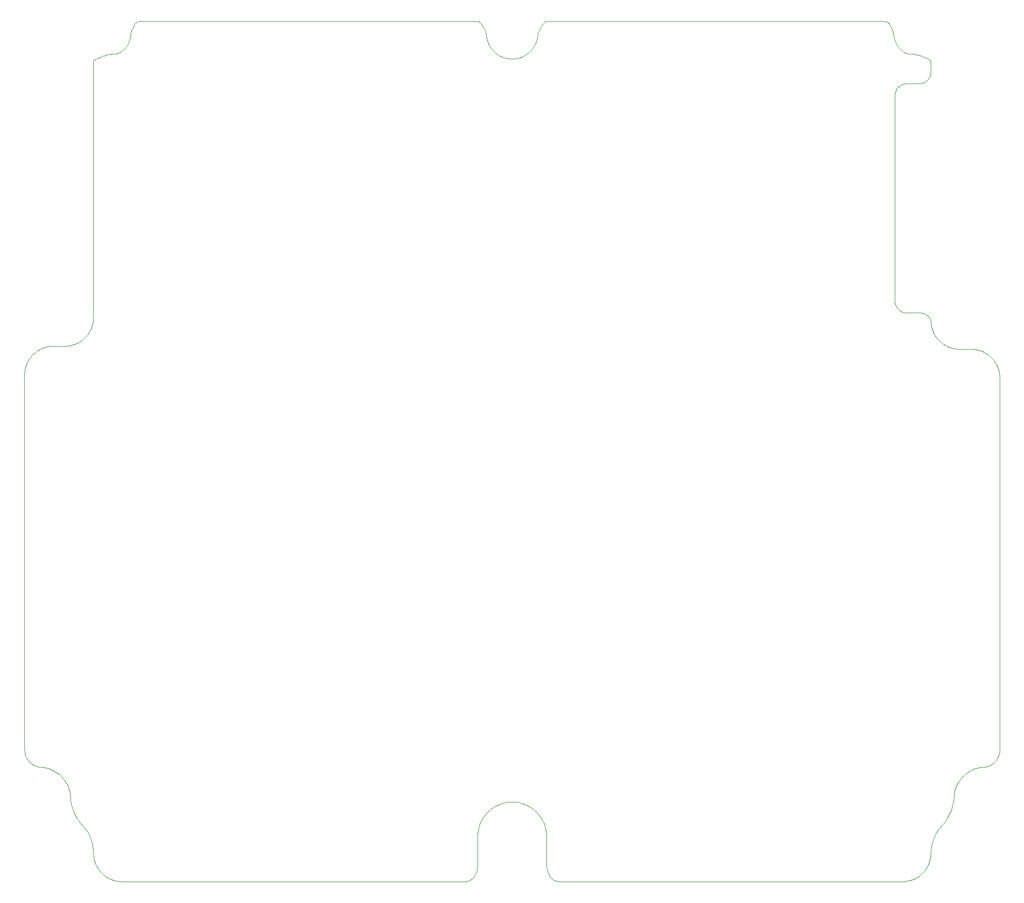
<source format=gko>
%FSTAX23Y23*%
%MOIN*%
%SFA1B1*%

%IPPOS*%
%ADD109C,0.000512*%
%ADD111C,0.000500*%
%LNduo_x-1*%
%LPD*%
G54D109*
X05215Y03674D02*
D01*
X05215Y03669*
X05215Y03663*
X05216Y03658*
X05218Y03652*
X05219Y03647*
X05222Y03642*
X05224Y03637*
X05227Y03632*
X0523Y03628*
X05233Y03624*
X05237Y03619*
X05241Y03616*
X05245Y03612*
X05249Y03609*
X05254Y03606*
X05259Y03603*
X05264Y03601*
X05269Y03599*
X05274Y03598*
X0528Y03597*
X05285Y03596*
X05291Y03595*
X05293Y03595*
Y0517D02*
D01*
X05288Y0517*
X05282Y05169*
X05277Y05168*
X05272Y05167*
X05267Y05165*
X05261Y05163*
X05256Y05161*
X05252Y05158*
X05247Y05155*
X05243Y05152*
X05239Y05148*
X05235Y05144*
X05231Y0514*
X05228Y05135*
X05225Y05131*
X05223Y05126*
X0522Y05121*
X05219Y05116*
X05217Y0511*
X05216Y05105*
X05215Y051*
X05215Y05094*
X05215Y05091*
X05382Y0517D02*
D01*
X05388Y0517*
X05393Y05171*
X05398Y05172*
X05404Y05173*
X05409Y05175*
X05414Y05177*
X05419Y05179*
X05424Y05182*
X05428Y05185*
X05433Y05189*
X05437Y05192*
X05441Y05196*
X05444Y052*
X05447Y05205*
X0545Y0521*
X05453Y05214*
X05455Y05219*
X05457Y05225*
X05458Y0523*
X0546Y05235*
X0546Y05241*
X05461Y05246*
X05461Y05249*
Y05318D02*
D01*
X05461Y05319*
X05461Y0532*
X0546Y05322*
X0546Y05323*
X0546Y05324*
X05459Y05326*
X05458Y05327*
X05458Y05328*
X05457Y05329*
X05456Y0533*
X05455Y05331*
X05454Y05332*
X05453Y05333*
X05452Y05334*
X05451Y05335*
X0545Y05335*
X05448Y05336*
X05448Y05336*
X05392Y05359D02*
D01*
X05379Y05363*
X05366Y05367*
X05352Y0537*
X05339Y05372*
X05325Y05373*
X05318Y05373*
X05273Y05387D02*
D01*
X05278Y05384*
X05283Y05381*
X05288Y05379*
X05293Y05377*
X05299Y05375*
X05304Y05374*
X0531Y05373*
X05315Y05373*
X05318Y05373*
X05206Y05498D02*
D01*
X05208Y05487*
X0521Y05477*
X05213Y05466*
X05217Y05456*
X05222Y05446*
X05227Y05436*
X05233Y05427*
X0524Y05418*
X05247Y0541*
X05255Y05402*
X05263Y05395*
X05272Y05388*
X05273Y05387*
X05206Y05498D02*
D01*
X05204Y0551*
X05201Y05522*
X05198Y05534*
X05193Y05546*
X05188Y05557*
X05182Y05568*
X05176Y05578*
X05173Y05582*
D01*
X05171Y05584*
X0517Y05586*
X05168Y05587*
X05166Y05589*
X05165Y0559*
X05163Y05591*
X05161Y05592*
X05159Y05593*
X05157Y05594*
X05154Y05594*
X05152Y05595*
X0515Y05595*
X05148Y05595*
X05147Y05595*
X02815D02*
D01*
X02807Y05588*
X028Y0558*
X02793Y05571*
X02786Y05562*
X02781Y05553*
X02776Y05543*
X02772Y05533*
X02768Y05522*
X02765Y05512*
X02763Y05501*
X02763Y05496*
X02411Y05493D02*
D01*
X02413Y05481*
X02416Y05469*
X0242Y05457*
X02424Y05446*
X0243Y05434*
X02436Y05424*
X02443Y05413*
X0245Y05404*
X02459Y05394*
X02467Y05386*
X02477Y05378*
X02487Y0537*
X02497Y05364*
X02508Y05358*
X02519Y05353*
X02531Y05348*
X02543Y05345*
X02555Y05342*
X02567Y05341*
X0258Y0534*
X02592Y0534*
X02604Y0534*
X02616Y05342*
X02629Y05344*
X0264Y05348*
X02652Y05352*
X02663Y05357*
X02674Y05363*
X02685Y05369*
X02695Y05376*
X02705Y05384*
X02713Y05393*
X02722Y05402*
X02729Y05412*
X02736Y05422*
X02743Y05433*
X02748Y05444*
X02753Y05455*
X02757Y05467*
X0276Y05479*
X02762Y05491*
X02763Y05496*
X02411Y05493D02*
D01*
X0241Y05504*
X02407Y05515*
X02404Y05525*
X02401Y05536*
X02396Y05546*
X02391Y05555*
X02385Y05565*
X02379Y05574*
X02372Y05582*
X02364Y0559*
X02359Y05595*
X-00099Y05387D02*
D01*
X-0009Y05393*
X-00082Y054*
X-00074Y05408*
X-00067Y05416*
X-0006Y05425*
X-00054Y05434*
X-00048Y05444*
X-00044Y05454*
X-00039Y05464*
X-00036Y05474*
X-00034Y05485*
X-00032Y05496*
X-00031Y05498*
X-00144Y05373D02*
D01*
X-00138Y05373*
X-00133Y05374*
X-00127Y05375*
X-00122Y05376*
X-00117Y05378*
X-00111Y0538*
X-00106Y05382*
X-00101Y05385*
X-00099Y05387*
X00001Y05582D02*
D01*
X-00005Y05572*
X-00011Y05561*
X-00017Y0555*
X-00022Y05539*
X-00025Y05527*
X-00029Y05515*
X-00031Y05503*
X-00031Y05498*
X00027Y05595D02*
D01*
X00024Y05595*
X00022Y05595*
X0002Y05595*
X00018Y05594*
X00016Y05593*
X00014Y05593*
X00012Y05592*
X0001Y0559*
X00008Y05589*
X00006Y05588*
X00004Y05586*
X00003Y05585*
X00001Y05583*
X00001Y05582*
X-00144Y05373D02*
D01*
X-00158Y05372*
X-00171Y05371*
X-00185Y05369*
X-00198Y05365*
X-00211Y05361*
X-00217Y05359*
X-00274Y05336D02*
D01*
X-00275Y05335*
X-00276Y05335*
X-00277Y05334*
X-00279Y05333*
X-0028Y05332*
X-00281Y05331*
X-00282Y0533*
X-00282Y05329*
X-00283Y05328*
X-00284Y05327*
X-00284Y05326*
X-00285Y05324*
X-00285Y05323*
X-00286Y05322*
X-00286Y0532*
X-00286Y05319*
X-00286Y05318*
X-00286Y05318*
X-00483Y03367D02*
D01*
X-00469Y03367*
X-00456Y03369*
X-00442Y03371*
X-00429Y03375*
X-00416Y03379*
X-00403Y03384*
X-00391Y0339*
X-00379Y03397*
X-00367Y03405*
X-00357Y03413*
X-00346Y03422*
X-00337Y03432*
X-00328Y03443*
X-0032Y03454*
X-00313Y03465*
X-00306Y03477*
X-00301Y0349*
X-00296Y03503*
X-00292Y03516*
X-00289Y0353*
X-00287Y03543*
X-00286Y03557*
X-00286Y03564*
X-00562Y03367D02*
D01*
X-00576Y03367*
X-00589Y03365*
X-00603Y03363*
X-00616Y03359*
X-00629Y03355*
X-00642Y0335*
X-00654Y03344*
X-00666Y03337*
X-00678Y03329*
X-00688Y03321*
X-00699Y03312*
X-00708Y03302*
X-00717Y03291*
X-00725Y0328*
X-00732Y03268*
X-00739Y03256*
X-00744Y03244*
X-00749Y03231*
X-00753Y03218*
X-00756Y03204*
X-00758Y03191*
X-00759Y03177*
X-00759Y0317*
X-00444Y00272D02*
D01*
X-00442Y0025*
X-00439Y00229*
X-00434Y00207*
X-00427Y00186*
X-00419Y00166*
X-0041Y00146*
X-00399Y00127*
X-00387Y00108*
X-00374Y00091*
X-0036Y00074*
X-00759Y00595D02*
D01*
X-00758Y00587*
X-00758Y00578*
X-00756Y0057*
X-00754Y00562*
X-00752Y00554*
X-00748Y00547*
X-00745Y00539*
X-00741Y00532*
X-00736Y00525*
X-00731Y00519*
X-00725Y00513*
X-0072Y00507*
X-00713Y00502*
X-00707Y00497*
X-007Y00492*
X-00692Y00489*
X-00685Y00485*
X-00677Y00482*
X-00669Y0048*
X-00661Y00478*
X-00653Y00477*
X-00648Y00477*
X-00444Y00272D02*
D01*
X-00445Y00287*
X-00448Y00302*
X-00451Y00317*
X-00456Y00331*
X-00461Y00346*
X-00467Y00359*
X-00475Y00372*
X-00483Y00385*
X-00492Y00397*
X-00502Y00409*
X-00513Y00419*
X-00524Y00429*
X-00536Y00438*
X-00549Y00446*
X-00562Y00454*
X-00576Y0046*
X-0059Y00466*
X-00605Y0047*
X-00619Y00473*
X-00634Y00476*
X-00648Y00477*
X-00286Y-00112D02*
D01*
X-00287Y-00093*
X-00289Y-00074*
X-00292Y-00055*
X-00297Y-00036*
X-00303Y-00018*
X-0031Y0*
X-00318Y00016*
X-00328Y00033*
X-00339Y00049*
X-00351Y00064*
X-0036Y00074*
X-00286Y-00112D02*
D01*
X-00286Y-00126*
X-00284Y-0014*
X-00282Y-00153*
X-00279Y-00167*
X-00274Y-0018*
X-00269Y-00192*
X-00263Y-00205*
X-00256Y-00217*
X-00249Y-00228*
X-0024Y-00239*
X-00231Y-00249*
X-00221Y-00259*
X-00211Y-00267*
X-00199Y-00276*
X-00188Y-00283*
X-00176Y-00289*
X-00163Y-00295*
X-0015Y-003*
X-00137Y-00303*
X-00123Y-00306*
X-0011Y-00308*
X-00096Y-00309*
X-00089Y-00309*
X05264D02*
D01*
X05278Y-00309*
X05291Y-00307*
X05305Y-00305*
X05318Y-00302*
X05331Y-00297*
X05344Y-00292*
X05356Y-00286*
X05368Y-00279*
X0538Y-00272*
X0539Y-00263*
X05401Y-00254*
X0541Y-00244*
X05419Y-00233*
X05427Y-00222*
X05434Y-00211*
X05441Y-00199*
X05446Y-00186*
X05451Y-00173*
X05455Y-0016*
X05458Y-00146*
X0546Y-00133*
X05461Y-00119*
X05461Y-00112*
X05822Y00477D02*
D01*
X05807Y00475*
X05792Y00473*
X05777Y0047*
X05763Y00465*
X05749Y00459*
X05735Y00453*
X05722Y00446*
X05709Y00437*
X05697Y00428*
X05686Y00418*
X05675Y00407*
X05666Y00396*
X05657Y00384*
X05648Y00371*
X05641Y00358*
X05635Y00344*
X0563Y0033*
X05625Y00315*
X05622Y00301*
X0562Y00286*
X05619Y00272*
X05535Y00074D02*
D01*
X05522Y0006*
X0551Y00045*
X055Y00028*
X05491Y00012*
X05483Y-00005*
X05476Y-00023*
X0547Y-00041*
X05466Y-0006*
X05463Y-00079*
X05461Y-00098*
X05461Y-00112*
X05535Y00074D02*
D01*
X05549Y00091*
X05562Y00109*
X05574Y00127*
X05585Y00146*
X05594Y00166*
X05602Y00187*
X05608Y00208*
X05613Y00229*
X05617Y00251*
X05619Y00272*
X05822Y00477D02*
D01*
X0583Y00478*
X05838Y00479*
X05846Y00481*
X05854Y00483*
X05862Y00486*
X05869Y0049*
X05877Y00494*
X05883Y00499*
X0589Y00504*
X05896Y00509*
X05902Y00515*
X05907Y00521*
X05912Y00528*
X05917Y00535*
X05921Y00542*
X05924Y00549*
X05927Y00557*
X05929Y00565*
X05931Y00573*
X05932Y00581*
X05933Y00589*
X05933Y00595*
Y0315D02*
D01*
X05933Y03164*
X05931Y03177*
X05929Y03191*
X05926Y03204*
X05921Y03217*
X05916Y0323*
X0591Y03242*
X05903Y03254*
X05896Y03266*
X05887Y03276*
X05878Y03287*
X05868Y03296*
X05858Y03305*
X05847Y03313*
X05835Y0332*
X05823Y03327*
X0581Y03332*
X05797Y03337*
X05784Y03341*
X05771Y03344*
X05757Y03346*
X05743Y03347*
X05736Y03347*
X05293Y0517D02*
X05382D01*
X05215Y03674D02*
Y05091D01*
X05461Y05249D02*
Y05318D01*
X05392Y05359D02*
X05447Y05337D01*
X05448Y05336*
X02815Y05595D02*
X05147D01*
X00027D02*
X02359D01*
X-00272Y05337D02*
X-00217Y05359D01*
X-00286Y03564D02*
Y05318D01*
X-00274Y05336D02*
X-00272Y05337D01*
X-00562Y03367D02*
X-00483D01*
X-00759Y00595D02*
Y0317D01*
X05933Y00595D02*
Y0315D01*
X05658Y03347D02*
X05736D01*
G54D111*
X02411Y05493D02*
D01*
X0241Y05504*
X02407Y05515*
X02404Y05525*
X02401Y05536*
X02396Y05546*
X02391Y05555*
X02385Y05565*
X02379Y05574*
X02372Y05582*
X02364Y0559*
X02359Y05595*
X00027D02*
D01*
X00024Y05595*
X00022Y05595*
X0002Y05595*
X00018Y05594*
X00016Y05593*
X00014Y05593*
X00012Y05592*
X0001Y0559*
X00008Y05589*
X00006Y05588*
X00004Y05586*
X00003Y05585*
X00001Y05583*
X00001Y05582*
X05293Y0517D02*
D01*
X05288Y0517*
X05282Y05169*
X05277Y05168*
X05272Y05167*
X05267Y05165*
X05261Y05163*
X05256Y05161*
X05252Y05158*
X05247Y05155*
X05243Y05152*
X05239Y05148*
X05235Y05144*
X05231Y0514*
X05228Y05136*
X05225Y05131*
X05223Y05126*
X0522Y05121*
X05219Y05116*
X05217Y05111*
X05216Y05105*
X05215Y051*
X05215Y05094*
X05215Y05091*
X-00444Y00272D02*
D01*
X-00445Y00287*
X-00448Y00302*
X-00451Y00317*
X-00456Y00331*
X-00461Y00346*
X-00467Y00359*
X-00475Y00372*
X-00483Y00385*
X-00492Y00397*
X-00502Y00409*
X-00513Y00419*
X-00524Y00429*
X-00536Y00438*
X-00549Y00446*
X-00562Y00454*
X-00576Y0046*
X-0059Y00466*
X-00605Y0047*
X-00619Y00473*
X-00634Y00476*
X-00648Y00477*
X02823Y-00191D02*
D01*
X02823Y-00202*
X02824Y-00213*
X02826Y-00224*
X02829Y-00234*
X02832Y-00245*
X02837Y-00255*
X02841Y-00265*
X02844Y-0027*
X00001Y05582D02*
D01*
X-00005Y05572*
X-00011Y05561*
X-00017Y0555*
X-00022Y05539*
X-00025Y05527*
X-00029Y05515*
X-00031Y05503*
X-00031Y05498*
X05382Y0517D02*
D01*
X05388Y0517*
X05393Y05171*
X05398Y05172*
X05404Y05173*
X05409Y05175*
X05414Y05177*
X05419Y05179*
X05424Y05182*
X05428Y05185*
X05433Y05189*
X05437Y05192*
X05441Y05196*
X05444Y052*
X05447Y05205*
X0545Y0521*
X05453Y05214*
X05455Y05219*
X05457Y05225*
X05458Y0523*
X0546Y05235*
X0546Y05241*
X05461Y05246*
X05461Y05249*
X-00444Y00272D02*
D01*
X-00442Y0025*
X-00439Y00229*
X-00434Y00207*
X-00427Y00186*
X-00419Y00166*
X-0041Y00146*
X-00399Y00127*
X-00387Y00108*
X-00374Y00091*
X-0036Y00074*
X05264Y-00309D02*
D01*
X05278Y-00309*
X05291Y-00307*
X05305Y-00305*
X05318Y-00302*
X05331Y-00297*
X05344Y-00292*
X05356Y-00286*
X05368Y-00279*
X0538Y-00272*
X0539Y-00263*
X05401Y-00254*
X0541Y-00244*
X05419Y-00233*
X05427Y-00222*
X05434Y-00211*
X05441Y-00199*
X05446Y-00186*
X05451Y-00173*
X05455Y-0016*
X05458Y-00146*
X0546Y-00133*
X05461Y-00119*
X05461Y-00112*
X02844Y-0027D02*
D01*
X02847Y-00274*
X0285Y-00279*
X02854Y-00283*
X02858Y-00287*
X02862Y-00291*
X02866Y-00294*
X02871Y-00297*
X02875Y-003*
X0288Y-00302*
X02885Y-00304*
X02891Y-00306*
X02896Y-00307*
X02901Y-00308*
X02907Y-00309*
X02912Y-00309*
X05392Y05359D02*
D01*
X05379Y05363*
X05366Y05367*
X05352Y0537*
X05339Y05372*
X05325Y05373*
X05318Y05373*
X05461Y05318D02*
D01*
X05461Y05319*
X05461Y0532*
X0546Y05322*
X0546Y05323*
X0546Y05324*
X05459Y05326*
X05458Y05327*
X05458Y05328*
X05457Y05329*
X05456Y0533*
X05455Y05331*
X05454Y05332*
X05453Y05333*
X05452Y05334*
X05451Y05335*
X0545Y05335*
X05448Y05336*
X05448Y05336*
X-00099Y05387D02*
D01*
X-0009Y05393*
X-00082Y054*
X-00074Y05408*
X-00067Y05416*
X-0006Y05425*
X-00054Y05434*
X-00048Y05444*
X-00044Y05454*
X-00039Y05464*
X-00036Y05474*
X-00034Y05485*
X-00032Y05496*
X-00031Y05498*
X-00286Y-00112D02*
D01*
X-00287Y-00093*
X-00289Y-00074*
X-00292Y-00055*
X-00297Y-00036*
X-00303Y-00018*
X-0031Y0*
X-00318Y00016*
X-00328Y00033*
X-00339Y00049*
X-00351Y00064*
X-0036Y00074*
X-00286Y-00112D02*
D01*
X-00286Y-00126*
X-00284Y-0014*
X-00282Y-00153*
X-00279Y-00167*
X-00274Y-0018*
X-00269Y-00192*
X-00263Y-00205*
X-00256Y-00217*
X-00249Y-00228*
X-0024Y-00239*
X-00231Y-00249*
X-00221Y-00259*
X-00211Y-00267*
X-00199Y-00276*
X-00188Y-00283*
X-00176Y-00289*
X-00163Y-00295*
X-0015Y-003*
X-00137Y-00303*
X-00123Y-00306*
X-0011Y-00308*
X-00096Y-00309*
X-00089Y-00309*
X05535Y00074D02*
D01*
X05522Y0006*
X0551Y00045*
X055Y00028*
X05491Y00012*
X05483Y-00005*
X05476Y-00023*
X0547Y-00041*
X05466Y-0006*
X05463Y-00079*
X05461Y-00098*
X05461Y-00112*
X05273Y05387D02*
D01*
X05278Y05384*
X05283Y05381*
X05288Y05379*
X05293Y05377*
X05299Y05375*
X05304Y05374*
X0531Y05373*
X05315Y05373*
X05318Y05373*
X-00144D02*
D01*
X-00138Y05373*
X-00133Y05374*
X-00127Y05375*
X-00122Y05376*
X-00117Y05378*
X-00111Y0538*
X-00106Y05382*
X-00102Y05385*
X-00099Y05387*
X-00144Y05373D02*
D01*
X-00158Y05372*
X-00171Y05371*
X-00185Y05369*
X-00198Y05365*
X-00211Y05361*
X-00217Y05359*
X05535Y00074D02*
D01*
X05549Y00091*
X05562Y00109*
X05574Y00127*
X05585Y00146*
X05594Y00166*
X05602Y00187*
X05608Y00208*
X05613Y00229*
X05617Y00251*
X05619Y00272*
X05206Y05498D02*
D01*
X05208Y05487*
X0521Y05477*
X05213Y05466*
X05217Y05456*
X05222Y05446*
X05227Y05436*
X05233Y05427*
X0524Y05418*
X05247Y0541*
X05255Y05402*
X05263Y05395*
X05272Y05388*
X05273Y05387*
X-00274Y05336D02*
D01*
X-00275Y05335*
X-00276Y05335*
X-00277Y05334*
X-00279Y05333*
X-0028Y05332*
X-00281Y05331*
X-00282Y0533*
X-00282Y05329*
X-00283Y05328*
X-00284Y05327*
X-00284Y05326*
X-00285Y05324*
X-00285Y05323*
X-00286Y05322*
X-00286Y0532*
X-00286Y05319*
X-00286Y05318*
X-00286Y05318*
X05822Y00477D02*
D01*
X0583Y00478*
X05838Y00479*
X05846Y00481*
X05854Y00483*
X05862Y00486*
X05869Y0049*
X05877Y00494*
X05883Y00499*
X0589Y00504*
X05896Y00509*
X05902Y00515*
X05907Y00521*
X05912Y00528*
X05917Y00535*
X05921Y00542*
X05924Y00549*
X05927Y00557*
X05929Y00565*
X05931Y00573*
X05932Y00581*
X05933Y00589*
X05933Y00595*
X05822Y00477D02*
D01*
X05807Y00475*
X05792Y00473*
X05777Y0047*
X05763Y00465*
X05749Y00459*
X05735Y00453*
X05722Y00446*
X05709Y00437*
X05697Y00428*
X05686Y00418*
X05675Y00407*
X05666Y00396*
X05657Y00384*
X05648Y00371*
X05641Y00358*
X05635Y00344*
X0563Y0033*
X05625Y00315*
X05622Y00301*
X0562Y00286*
X05619Y00272*
X05173Y05582D02*
D01*
X05171Y05584*
X0517Y05586*
X05168Y05587*
X05166Y05589*
X05165Y0559*
X05163Y05591*
X05161Y05592*
X05159Y05593*
X05157Y05594*
X05154Y05594*
X05152Y05595*
X0515Y05595*
X05148Y05595*
X05147Y05595*
X05206Y05498D02*
D01*
X05204Y0551*
X05201Y05522*
X05198Y05534*
X05193Y05546*
X05188Y05557*
X05182Y05568*
X05176Y05578*
X05173Y05582*
X-00483Y03367D02*
D01*
X-00469Y03367*
X-00456Y03369*
X-00442Y03371*
X-00429Y03375*
X-00416Y03379*
X-00403Y03384*
X-00391Y0339*
X-00379Y03397*
X-00367Y03405*
X-00357Y03413*
X-00346Y03422*
X-00337Y03432*
X-00328Y03443*
X-0032Y03454*
X-00313Y03465*
X-00306Y03477*
X-00301Y0349*
X-00296Y03503*
X-00292Y03516*
X-00289Y0353*
X-00287Y03543*
X-00286Y03557*
X-00286Y03564*
X05933Y0315D02*
D01*
X05933Y03164*
X05931Y03177*
X05929Y03191*
X05926Y03204*
X05921Y03217*
X05916Y0323*
X0591Y03242*
X05903Y03254*
X05896Y03266*
X05887Y03276*
X05878Y03287*
X05868Y03296*
X05858Y03305*
X05846Y03313*
X05835Y0332*
X05823Y03327*
X0581Y03332*
X05797Y03337*
X05784Y03341*
X05771Y03344*
X05757Y03346*
X05743Y03347*
X05736Y03347*
X02815Y05595D02*
D01*
X02807Y05588*
X02799Y0558*
X02793Y05571*
X02786Y05562*
X02781Y05553*
X02776Y05543*
X02772Y05533*
X02768Y05522*
X02765Y05512*
X02763Y05501*
X02763Y05496*
X-00562Y03367D02*
D01*
X-00576Y03367*
X-00589Y03365*
X-00603Y03363*
X-00616Y03359*
X-00629Y03355*
X-00642Y0335*
X-00654Y03344*
X-00666Y03337*
X-00678Y03329*
X-00688Y03321*
X-00699Y03312*
X-00708Y03302*
X-00717Y03291*
X-00725Y0328*
X-00732Y03268*
X-00739Y03256*
X-00744Y03244*
X-00749Y03231*
X-00753Y03218*
X-00756Y03204*
X-00758Y03191*
X-00759Y03177*
X-00759Y0317*
X05461Y03544D02*
D01*
X05461Y0353*
X05463Y03516*
X05465Y03503*
X05468Y03489*
X05473Y03476*
X05478Y03464*
X05484Y03451*
X05491Y03439*
X05498Y03428*
X05507Y03417*
X05516Y03407*
X05526Y03397*
X05536Y03389*
X05548Y0338*
X05559Y03373*
X05571Y03367*
X05584Y03361*
X05597Y03356*
X0561Y03353*
X05624Y0335*
X05637Y03348*
X05651Y03347*
X05658Y03347*
X-00759Y00595D02*
D01*
X-00758Y00587*
X-00758Y00578*
X-00756Y0057*
X-00754Y00562*
X-00752Y00554*
X-00748Y00547*
X-00745Y00539*
X-00741Y00532*
X-00736Y00525*
X-00731Y00519*
X-00726Y00513*
X-0072Y00507*
X-00713Y00502*
X-00707Y00497*
X-007Y00492*
X-00692Y00489*
X-00685Y00485*
X-00677Y00482*
X-00669Y0048*
X-00661Y00478*
X-00653Y00477*
X-00648Y00477*
X02261Y-00309D02*
D01*
X02267Y-00309*
X02272Y-00308*
X02278Y-00307*
X02283Y-00306*
X02288Y-00304*
X02293Y-00302*
X02298Y-003*
X02303Y-00297*
X02308Y-00294*
X02312Y-00291*
X02316Y-00287*
X0232Y-00283*
X02323Y-00279*
X02326Y-00274*
X02329Y-0027*
X02329*
D01*
X02335Y-0026*
X02339Y-0025*
X02343Y-0024*
X02346Y-00229*
X02348Y-00218*
X0235Y-00207*
X0235Y-00197*
X02351Y-00191*
X02411Y05493D02*
D01*
X02413Y05481*
X02416Y05469*
X0242Y05457*
X02424Y05446*
X0243Y05434*
X02436Y05424*
X02443Y05413*
X0245Y05404*
X02459Y05394*
X02467Y05386*
X02477Y05378*
X02487Y0537*
X02497Y05364*
X02508Y05358*
X02519Y05353*
X02531Y05348*
X02543Y05345*
X02555Y05342*
X02567Y05341*
X0258Y0534*
X02592Y0534*
X02604Y0534*
X02616Y05342*
X02629Y05344*
X0264Y05348*
X02652Y05352*
X02663Y05357*
X02674Y05363*
X02685Y05369*
X02695Y05376*
X02705Y05384*
X02713Y05393*
X02722Y05402*
X02729Y05412*
X02736Y05422*
X02743Y05433*
X02748Y05444*
X02753Y05455*
X02757Y05467*
X0276Y05479*
X02762Y05491*
X02763Y05496*
X05215Y03674D02*
D01*
X05215Y03669*
X05215Y03663*
X05216Y03658*
X05218Y03652*
X05219Y03647*
X05222Y03642*
X05224Y03637*
X05227Y03632*
X0523Y03628*
X05233Y03623*
X05237Y03619*
X05241Y03616*
X05245Y03612*
X05249Y03609*
X05254Y03606*
X05259Y03603*
X05264Y03601*
X05269Y03599*
X05274Y03598*
X0528Y03597*
X05285Y03596*
X05291Y03595*
X05293Y03595*
X05461Y03544D02*
D01*
X05459Y03549*
X05456Y03554*
X05454Y03558*
X0545Y03563*
X05447Y03567*
X05443Y03571*
X05439Y03575*
X05435Y03579*
X05431Y03582*
X05426Y03585*
X05421Y03587*
X05416Y0359*
X05411Y03592*
X05406Y03593*
X054Y03594*
X05395Y03595*
X05389Y03595*
X05387Y03595*
X02823Y00002D02*
D01*
X02822Y00018*
X02821Y00035*
X02818Y00051*
X02814Y00067*
X02809Y00083*
X02803Y00098*
X02795Y00113*
X02787Y00127*
X02778Y00141*
X02768Y00154*
X02757Y00166*
X02745Y00177*
X02732Y00188*
X02719Y00198*
X02705Y00206*
X0269Y00214*
X02675Y00221*
X0266Y00227*
X02644Y00231*
X02628Y00235*
X02611Y00237*
X02595Y00238*
X02578*
X02562Y00237*
X02546Y00235*
X0253Y00231*
X02514Y00227*
X02498Y00221*
X02483Y00214*
X02469Y00206*
X02455Y00198*
X02441Y00188*
X02429Y00177*
X02417Y00166*
X02406Y00154*
X02396Y00141*
X02386Y00127*
X02378Y00113*
X02371Y00098*
X02365Y00083*
X0236Y00067*
X02356Y00051*
X02353Y00035*
X02351Y00018*
X02351Y00002*
X05461Y03544D02*
D01*
X05461Y0353*
X05463Y03516*
X05465Y03503*
X05468Y03489*
X05473Y03476*
X05478Y03464*
X05484Y03451*
X05491Y03439*
X05498Y03428*
X05507Y03417*
X05516Y03407*
X05526Y03397*
X05537Y03389*
X05548Y0338*
X05559Y03373*
X05571Y03367*
X05584Y03361*
X05597Y03356*
X0561Y03353*
X05624Y0335*
X05637Y03348*
X05651Y03347*
X05658Y03347*
X05461Y03544D02*
D01*
X05459Y03549*
X05456Y03554*
X05454Y03558*
X0545Y03563*
X05447Y03567*
X05443Y03571*
X05439Y03575*
X05435Y03579*
X05431Y03582*
X05426Y03585*
X05421Y03587*
X05416Y0359*
X05411Y03592*
X05406Y03593*
X054Y03594*
X05395Y03595*
X05389Y03595*
X05387Y03595*
X05215Y03674D02*
Y05091D01*
X05293Y03595D02*
X05387D01*
X05293Y0517D02*
X05382D01*
X05461Y05249D02*
Y05318D01*
X02815Y05595D02*
X05147D01*
X05392Y05359D02*
X05448Y05336D01*
X-00089Y-00309D02*
X02261D01*
X00027Y05595D02*
X02359D01*
X02351Y-00191D02*
Y00002D01*
X-00274Y05336D02*
X-00217Y05359D01*
X02912Y-00309D02*
X05264D01*
X02823Y-00191D02*
Y00002D01*
X-00286Y03564D02*
Y05318D01*
X-00562Y03367D02*
X-00483D01*
X05933Y00595D02*
Y0315D01*
X-00759Y00595D02*
Y0317D01*
X05658Y03347D02*
X05736D01*
X05293Y03595D02*
X05387D01*
M02*
</source>
